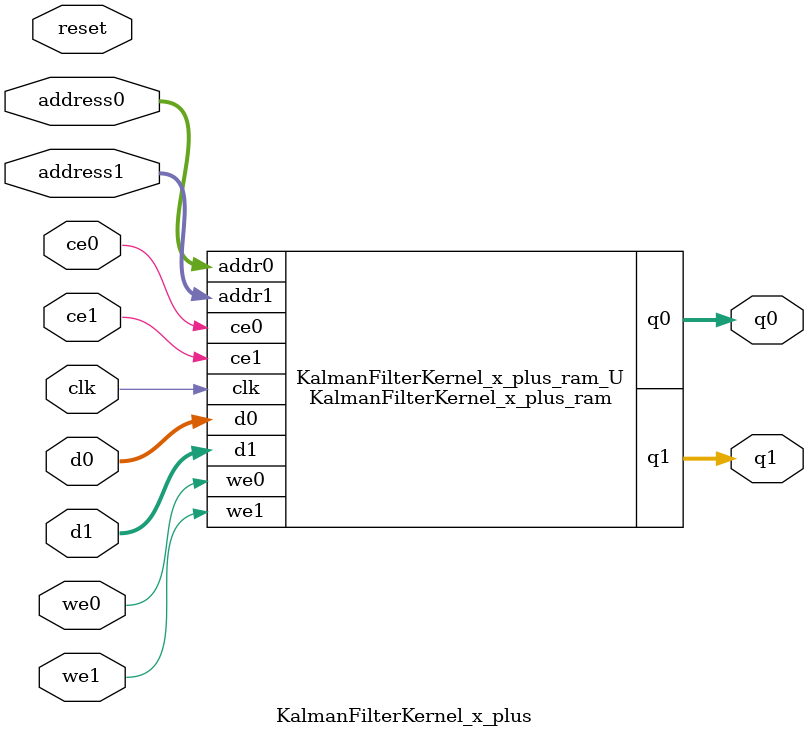
<source format=v>
`timescale 1 ns / 1 ps
module KalmanFilterKernel_x_plus_ram (addr0, ce0, d0, we0, q0, addr1, ce1, d1, we1, q1,  clk);

parameter DWIDTH = 32;
parameter AWIDTH = 3;
parameter MEM_SIZE = 6;

input[AWIDTH-1:0] addr0;
input ce0;
input[DWIDTH-1:0] d0;
input we0;
output reg[DWIDTH-1:0] q0;
input[AWIDTH-1:0] addr1;
input ce1;
input[DWIDTH-1:0] d1;
input we1;
output reg[DWIDTH-1:0] q1;
input clk;

reg [DWIDTH-1:0] ram[0:MEM_SIZE-1];




always @(posedge clk)  
begin 
    if (ce0) begin
        if (we0) 
            ram[addr0] <= d0; 
        q0 <= ram[addr0];
    end
end


always @(posedge clk)  
begin 
    if (ce1) begin
        if (we1) 
            ram[addr1] <= d1; 
        q1 <= ram[addr1];
    end
end


endmodule

`timescale 1 ns / 1 ps
module KalmanFilterKernel_x_plus(
    reset,
    clk,
    address0,
    ce0,
    we0,
    d0,
    q0,
    address1,
    ce1,
    we1,
    d1,
    q1);

parameter DataWidth = 32'd32;
parameter AddressRange = 32'd6;
parameter AddressWidth = 32'd3;
input reset;
input clk;
input[AddressWidth - 1:0] address0;
input ce0;
input we0;
input[DataWidth - 1:0] d0;
output[DataWidth - 1:0] q0;
input[AddressWidth - 1:0] address1;
input ce1;
input we1;
input[DataWidth - 1:0] d1;
output[DataWidth - 1:0] q1;



KalmanFilterKernel_x_plus_ram KalmanFilterKernel_x_plus_ram_U(
    .clk( clk ),
    .addr0( address0 ),
    .ce0( ce0 ),
    .we0( we0 ),
    .d0( d0 ),
    .q0( q0 ),
    .addr1( address1 ),
    .ce1( ce1 ),
    .we1( we1 ),
    .d1( d1 ),
    .q1( q1 ));

endmodule


</source>
